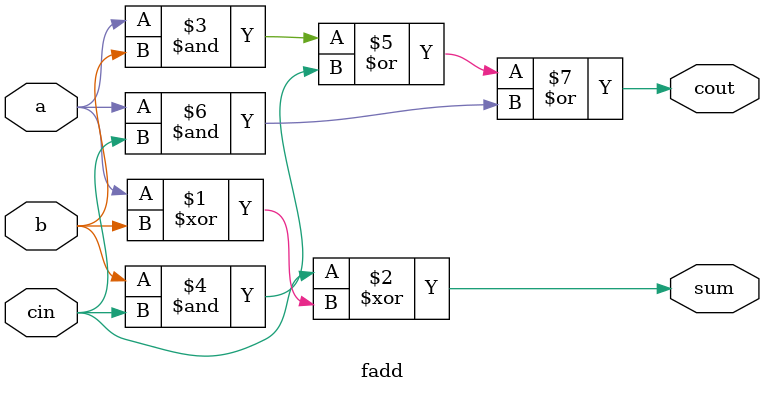
<source format=v>
module top_module (
    input [3:0] x,
    input [3:0] y, 
    output [4:0] sum);
    
    wire [3:0] cout;
    genvar i;
    generate
        fadd instance0(x[0],y[0],1'b0,cout[0], sum[0]);
        for(i=1;i<4;i++) begin : four_bit_adder
            fadd instance1(x[i],y[i], cout[i-1],cout[i], sum[i]);
        end
    endgenerate
    assign sum[4] = cout[3];
endmodule

module fadd(input a, b, cin, output cout, sum);
    assign sum = cin ^ (a ^ b);
    assign cout = a & b | b & cin | a & cin;
endmodule

</source>
